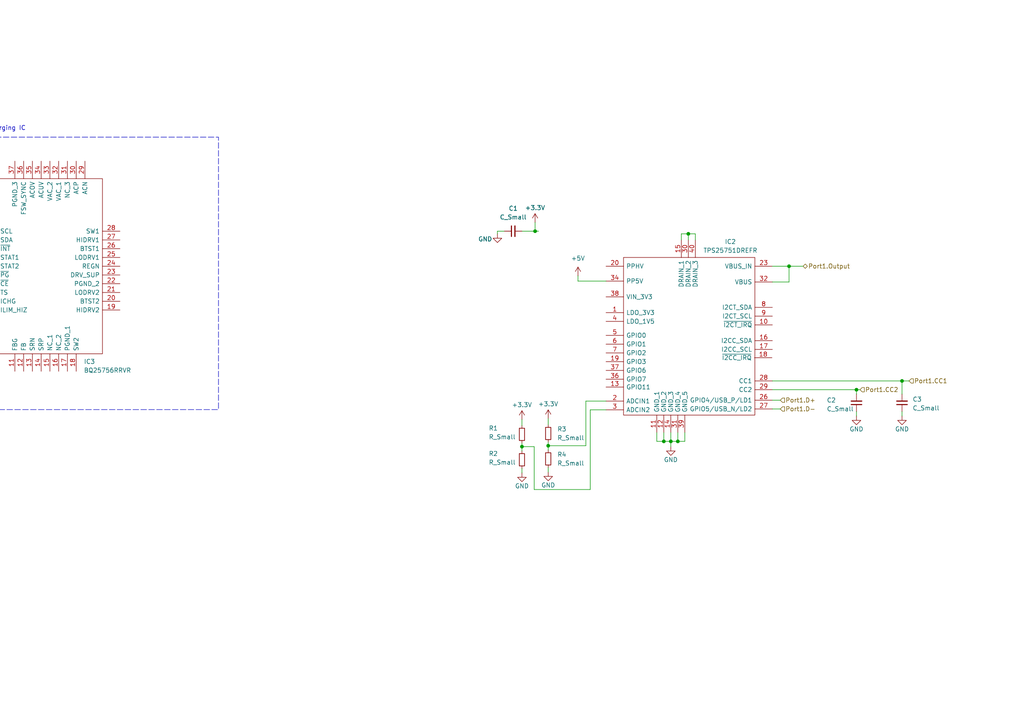
<source format=kicad_sch>
(kicad_sch (version 20230121) (generator eeschema)
  (paper "A4")
  (lib_symbols
    (symbol "Device:C_Small" (pin_numbers hide) (pin_names (offset 0.254) hide)
      (property "Reference" "C" (at 0.254 1.778 0))
      (property "Value" "C_Small" (at 0.254 -2.032 0))
      (symbol "C_Small_0_1"
        (polyline (pts (xy -1.524 -0.508) (xy 1.524 -0.508)) (stroke (width 0.3302)))
        (polyline (pts (xy -1.524 0.508) (xy 1.524 0.508)) (stroke (width 0.3048)))
      )
      (symbol "C_Small_1_1"
        (pin passive line (at 0 2.54 270) (length 2.032) (name "~") (number "1"))
        (pin passive line (at 0 -2.54 90) (length 2.032) (name "~") (number "2"))
      )
    )
    (symbol "Device:R_Small" (pin_numbers hide) (pin_names (offset 0.254) hide)
      (property "Reference" "R" (at 0.762 0.508 0))
      (property "Value" "R_Small" (at 0.762 -1.016 0))
      (symbol "R_Small_0_1"
        (rectangle (start -0.762 1.778) (end 0.762 -1.778) (stroke (width 0.2032)))
      )
      (symbol "R_Small_1_1"
        (pin passive line (at 0 2.54 270) (length 0.762) (name "~") (number "1"))
        (pin passive line (at 0 -2.54 90) (length 0.762) (name "~") (number "2"))
      )
    )
    (symbol "SamacSys_Parts:BQ25756RRVR" (pin_names (offset 0.762))
      (property "Reference" "IC" (at 36.83 20.32 0))
      (property "Value" "BQ25756RRVR" (at 36.83 17.78 0))
      (symbol "BQ25756RRVR_0_0"
        (pin passive line (at 0 0 0) (length 5.08) (name "SCL") (number "1"))
        (pin passive line (at 0 -22.86 0) (length 5.08) (name "ILIM_HIZ") (number "10"))
        (pin passive line (at 10.16 -40.64 90) (length 5.08) (name "FBG") (number "11"))
        (pin passive line (at 12.7 -40.64 90) (length 5.08) (name "FB") (number "12"))
        (pin passive line (at 15.24 -40.64 90) (length 5.08) (name "SRN") (number "13"))
        (pin passive line (at 17.78 -40.64 90) (length 5.08) (name "SRP") (number "14"))
        (pin passive line (at 20.32 -40.64 90) (length 5.08) (name "NC_1") (number "15"))
        (pin passive line (at 22.86 -40.64 90) (length 5.08) (name "NC_2") (number "16"))
        (pin passive line (at 25.4 -40.64 90) (length 5.08) (name "PGND_1") (number "17"))
        (pin passive line (at 27.94 -40.64 90) (length 5.08) (name "SW2") (number "18"))
        (pin passive line (at 40.64 -22.86 180) (length 5.08) (name "HIDRV2") (number "19"))
        (pin passive line (at 0 -2.54 0) (length 5.08) (name "SDA") (number "2"))
        (pin passive line (at 40.64 -20.32 180) (length 5.08) (name "BTST2") (number "20"))
        (pin passive line (at 40.64 -17.78 180) (length 5.08) (name "LODRV2") (number "21"))
        (pin passive line (at 40.64 -15.24 180) (length 5.08) (name "PGND_2") (number "22"))
        (pin passive line (at 40.64 -12.7 180) (length 5.08) (name "DRV_SUP") (number "23"))
        (pin passive line (at 40.64 -10.16 180) (length 5.08) (name "REGN") (number "24"))
        (pin passive line (at 40.64 -7.62 180) (length 5.08) (name "LODRV1") (number "25"))
        (pin passive line (at 40.64 -5.08 180) (length 5.08) (name "BTST1") (number "26"))
        (pin passive line (at 40.64 -2.54 180) (length 5.08) (name "HIDRV1") (number "27"))
        (pin passive line (at 40.64 0 180) (length 5.08) (name "SW1") (number "28"))
        (pin passive line (at 30.48 20.32 270) (length 5.08) (name "ACN") (number "29"))
        (pin passive line (at 0 -5.08 0) (length 5.08) (name "~{INT}") (number "3"))
        (pin passive line (at 27.94 20.32 270) (length 5.08) (name "ACP") (number "30"))
        (pin passive line (at 25.4 20.32 270) (length 5.08) (name "NC_3") (number "31"))
        (pin passive line (at 22.86 20.32 270) (length 5.08) (name "VAC_1") (number "32"))
        (pin passive line (at 20.32 20.32 270) (length 5.08) (name "VAC_2") (number "33"))
        (pin passive line (at 17.78 20.32 270) (length 5.08) (name "ACUV") (number "34"))
        (pin passive line (at 15.24 20.32 270) (length 5.08) (name "ACOV") (number "35"))
        (pin passive line (at 12.7 20.32 270) (length 5.08) (name "FSW_SYNC") (number "36"))
        (pin passive line (at 10.16 20.32 270) (length 5.08) (name "PGND_3") (number "37"))
        (pin passive line (at 0 -7.62 0) (length 5.08) (name "STAT1") (number "4"))
        (pin passive line (at 0 -10.16 0) (length 5.08) (name "STAT2") (number "5"))
        (pin passive line (at 0 -12.7 0) (length 5.08) (name "~{PG}") (number "6"))
        (pin passive line (at 0 -15.24 0) (length 5.08) (name "~{CE}") (number "7"))
        (pin passive line (at 0 -17.78 0) (length 5.08) (name "TS") (number "8"))
        (pin passive line (at 0 -20.32 0) (length 5.08) (name "ICHG") (number "9"))
      )
      (symbol "BQ25756RRVR_0_1"
        (polyline (pts (xy 5.08 15.24) (xy 35.56 15.24) (xy 35.56 -35.56) (xy 5.08 -35.56) (xy 5.08 15.24)) (stroke (width 0.1524)))
      )
    )
    (symbol "TPS25751DREFR_1" (pin_names (offset 0.762))
      (property "Reference" "IC2" (at 36.068 7.112 0))
      (property "Value" "TPS25751DREFR" (at 36.068 4.572 0))
      (symbol "TPS25751DREFR_1_0_0"
        (pin passive line (at 0 -13.462 0) (length 5.08) (name "LDO_3V3") (number "1"))
        (pin passive line (at 48.26 -17.018 180) (length 5.08) (name "~{I2CT_IRQ}") (number "10"))
        (pin passive line (at 14.732 -48.26 90) (length 5.08) (name "GND_1") (number "11"))
        (pin passive line (at 16.764 -48.26 90) (length 5.08) (name "GND_2") (number "12"))
        (pin passive line (at 0 -35.052 0) (length 5.08) (name "GPIO11") (number "13"))
        (pin passive line (at 18.796 -48.26 90) (length 5.08) (name "GND_3") (number "14"))
        (pin passive line (at 21.844 7.62 270) (length 5.08) (name "DRAIN_1") (number "15"))
        (pin passive line (at 48.26 -21.59 180) (length 5.08) (name "I2CC_SDA") (number "16"))
        (pin passive line (at 48.26 -24.13 180) (length 5.08) (name "I2CC_SCL") (number "17"))
        (pin passive line (at 48.133 -26.543 180) (length 5.08) (name "~{I2CC_IRQ}") (number "18"))
        (pin passive line (at 0 -27.686 0) (length 5.08) (name "GPIO3") (number "19"))
        (pin passive line (at 0 -39.116 0) (length 5.08) (name "ADCIN1") (number "2"))
        (pin passive line (at 0 0 0) (length 5.08) (name "PPHV") (number "20"))
        (pin passive line (at 48.26 0 180) (length 5.08) (name "VBUS_IN") (number "23"))
        (pin passive line (at 48.26 -38.862 180) (length 5.08) (name "GPIO4/USB_P/LD1") (number "26"))
        (pin passive line (at 48.26 -41.402 180) (length 5.08) (name "GPIO5/USB_N/LD2") (number "27"))
        (pin passive line (at 48.26 -33.274 180) (length 5.08) (name "CC1") (number "28"))
        (pin passive line (at 48.26 -35.814 180) (length 5.08) (name "CC2") (number "29"))
        (pin passive line (at 0 -41.656 0) (length 5.08) (name "ADCIN2") (number "3"))
        (pin passive line (at 23.876 7.62 270) (length 5.08) (name "DRAIN_2") (number "30"))
        (pin passive line (at 20.828 -48.26 90) (length 5.08) (name "GND_4") (number "31"))
        (pin passive line (at 48.26 -4.572 180) (length 5.08) (name "VBUS") (number "32"))
        (pin passive line (at 0 -4.318 0) (length 5.08) (name "PP5V") (number "34"))
        (pin passive line (at 0 -32.766 0) (length 5.08) (name "GPIO7") (number "36"))
        (pin passive line (at 0 -30.226 0) (length 5.08) (name "GPIO6") (number "37"))
        (pin passive line (at 0 -8.89 0) (length 5.08) (name "VIN_3V3") (number "38"))
        (pin passive line (at 22.86 -48.26 90) (length 5.08) (name "GND_5") (number "39"))
        (pin passive line (at 0 -16.002 0) (length 5.08) (name "LDO_1V5") (number "4"))
        (pin passive line (at 25.908 7.62 270) (length 5.08) (name "DRAIN_3") (number "40"))
        (pin passive line (at 0 -20.066 0) (length 5.08) (name "GPIO0") (number "5"))
        (pin passive line (at 0 -22.606 0) (length 5.08) (name "GPIO1") (number "6"))
        (pin passive line (at 0 -25.146 0) (length 5.08) (name "GPIO2") (number "7"))
        (pin passive line (at 48.26 -11.938 180) (length 5.08) (name "I2CT_SDA") (number "8"))
        (pin passive line (at 48.26 -14.478 180) (length 5.08) (name "I2CT_SCL") (number "9"))
      )
      (symbol "TPS25751DREFR_1_0_1"
        (polyline (pts (xy 5.08 2.54) (xy 43.18 2.54) (xy 43.18 -43.18) (xy 5.08 -43.18) (xy 5.08 2.54)) (stroke (width 0.1524)))
      )
    )
    (symbol "power:+3.3V" (power) (pin_names (offset 0))
      (property "Value" "+3.3V" (at 0 3.556 0))
      (symbol "+3.3V_0_1"
        (polyline (pts (xy -0.762 1.27) (xy 0 2.54)))
        (polyline (pts (xy 0 0) (xy 0 2.54)))
        (polyline (pts (xy 0 2.54) (xy 0.762 1.27)))
      )
      (symbol "+3.3V_1_1"
        (pin power_in line (at 0 0 90) (length 0) hide (name "+3.3V") (number "1"))
      )
    )
    (symbol "power:+5V" (power) (pin_names (offset 0))
      (property "Value" "+5V" (at 0 3.556 0))
      (symbol "+5V_0_1"
        (polyline (pts (xy -0.762 1.27) (xy 0 2.54)))
        (polyline (pts (xy 0 0) (xy 0 2.54)))
        (polyline (pts (xy 0 2.54) (xy 0.762 1.27)))
      )
      (symbol "+5V_1_1"
        (pin power_in line (at 0 0 90) (length 0) hide (name "+5V") (number "1"))
      )
    )
    (symbol "power:GND" (power) (pin_names (offset 0))
      (property "Value" "GND" (at 0 -3.81 0))
      (symbol "GND_0_1"
        (polyline (pts (xy 0 0) (xy 0 -1.27) (xy 1.27 -1.27) (xy 0 -2.54) (xy -1.27 -1.27) (xy 0 -1.27)))
      )
      (symbol "GND_1_1"
        (pin power_in line (at 0 0 270) (length 0) hide (name "GND") (number "1"))
      )
    )
  )
  (junction (at 151.384 129.54))
  (junction (at 194.564 128.016))
  (junction (at 199.644 67.818))
  (junction (at 192.532 128.016))
  (junction (at 159.004 129.286))
  (junction (at 155.194 67.056))
  (junction (at 248.412 113.03))
  (junction (at 228.854 77.216))
  (junction (at 261.62 110.49))
  (junction (at 196.596 128.016))
  (wire (pts (xy 159.004 128.27) (xy 159.004 129.286)))
  (wire (pts (xy 228.854 81.788) (xy 228.854 77.216)))
  (wire (pts (xy 198.628 128.016) (xy 198.628 125.476)))
  (wire (pts (xy 224.028 116.078) (xy 226.314 116.078)))
  (wire (pts (xy 248.412 113.03) (xy 248.412 114.3)))
  (wire (pts (xy 192.532 125.476) (xy 192.532 128.016)))
  (wire (pts (xy 171.196 118.872) (xy 171.196 141.986)))
  (wire (pts (xy 261.62 110.49) (xy 263.652 110.49)))
  (wire (pts (xy 224.028 110.49) (xy 261.62 110.49)))
  (wire (pts (xy 190.5 125.476) (xy 190.5 128.016)))
  (wire (pts (xy 154.94 129.54) (xy 154.94 141.986)))
  (wire (pts (xy 154.94 141.986) (xy 171.196 141.986)))
  (wire (pts (xy 261.62 119.38) (xy 261.62 120.65)))
  (wire (pts (xy 199.644 67.818) (xy 201.676 67.818)))
  (wire (pts (xy 197.612 69.596) (xy 197.612 67.818)))
  (wire (pts (xy 159.004 121.412) (xy 159.004 123.19)))
  (wire (pts (xy 190.5 128.016) (xy 192.532 128.016)))
  (wire (pts (xy 144.272 67.056) (xy 144.272 67.818)))
  (wire (pts (xy 151.384 121.666) (xy 151.384 123.444)))
  (wire (pts (xy 146.304 67.056) (xy 144.272 67.056)))
  (wire (pts (xy 201.676 67.818) (xy 201.676 69.596)))
  (wire (pts (xy 196.596 125.476) (xy 196.596 128.016)))
  (wire (pts (xy 248.412 113.03) (xy 249.428 113.03)))
  (wire (pts (xy 159.004 135.636) (xy 159.004 136.906)))
  (wire (pts (xy 194.564 128.016) (xy 196.596 128.016)))
  (wire (pts (xy 196.596 128.016) (xy 198.628 128.016)))
  (wire (pts (xy 194.564 128.016) (xy 194.564 129.54)))
  (wire (pts (xy 228.854 77.216) (xy 232.918 77.216)))
  (wire (pts (xy 192.532 128.016) (xy 194.564 128.016)))
  (wire (pts (xy 199.644 69.596) (xy 199.644 67.818)))
  (wire (pts (xy 194.564 125.476) (xy 194.564 128.016)))
  (wire (pts (xy 167.64 80.01) (xy 167.64 81.534)))
  (wire (pts (xy 224.028 81.788) (xy 228.854 81.788)))
  (wire (pts (xy 261.62 110.49) (xy 261.62 114.3)))
  (wire (pts (xy 151.384 129.54) (xy 151.384 130.81)))
  (wire (pts (xy 151.384 129.54) (xy 154.94 129.54)))
  (wire (pts (xy 197.612 67.818) (xy 199.644 67.818)))
  (wire (pts (xy 159.004 129.286) (xy 169.926 129.286)))
  (wire (pts (xy 151.384 135.89) (xy 151.384 137.16)))
  (wire (pts (xy 171.196 118.872) (xy 175.768 118.872)))
  (wire (pts (xy 155.194 67.056) (xy 156.21 67.056)))
  (wire (pts (xy 175.768 81.534) (xy 167.64 81.534)))
  (wire (pts (xy 155.194 64.516) (xy 155.194 67.056)))
  (wire (pts (xy 224.028 77.216) (xy 228.854 77.216)))
  (wire (pts (xy 151.384 128.524) (xy 151.384 129.54)))
  (wire (pts (xy 248.412 119.38) (xy 248.412 120.65)))
  (wire (pts (xy 224.028 118.618) (xy 226.314 118.618)))
  (wire (pts (xy 159.004 129.286) (xy 159.004 130.556)))
  (wire (pts (xy 169.926 129.286) (xy 169.926 116.332)))
  (wire (pts (xy 169.926 116.332) (xy 175.768 116.332)))
  (wire (pts (xy 224.028 113.03) (xy 248.412 113.03)))
  (wire (pts (xy 151.384 67.056) (xy 155.194 67.056)))
  (rectangle (start -17.3482 39.7764) (end 63.373 118.7958) (stroke (width 0) (type dash)))
  (text "Bidirectional charging IC" (at -16.764 38.0238 0) (effects (font (size 1.27 1.27)) (justify left bottom)))
  (hierarchical_label "VBAT" (shape bidirectional) (at -35.687 29.2608 0))
  (hierarchical_label "Port1.CC1" (shape input) (at 263.652 110.49 0))
  (hierarchical_label "Port1.D+" (shape input) (at 226.314 116.078 0))
  (hierarchical_label "Port1.CC2" (shape input) (at 249.428 113.03 0))
  (hierarchical_label "Port1.Output" (shape bidirectional) (at 232.918 77.216 0))
  (hierarchical_label "Port1.D-" (shape input) (at 226.314 118.618 0))
  (symbol (lib_id "power:GND") (at 151.384 137.16 0) (unit 1)
    (property "Reference" "#PWR07" (effects hide))
    (property "Value" "GND" (at 151.384 140.97 0))
  )
  (symbol (lib_id "Device:R_Small") (at 159.004 125.73 0) (unit 1)
    (property "Reference" "R3" (at 161.6202 124.46 0) (effects (justify left)))
    (property "Value" "R_Small" (at 161.6202 127 0) (effects (justify left)))
  )
  (symbol (lib_name "TPS25751DREFR_1") (lib_id "SamacSys_Parts:TPS25751DREFR") (at 175.768 77.216 0) (unit 1)
    (property "Reference" "IC2" (at 211.836 70.104 0))
    (property "Value" "TPS25751DREFR" (at 211.836 72.644 0))
    (property "Footprint" "TPS25751DREFR" (effects hide))
    (property "Datasheet" "https://www.ti.com/lit/gpn/TPS25751" (effects hide))
    (property "Description" "USB Interface IC USB Type-C and USB Power Delivery (PD) controller with integrated power switches , 3V ~{} 3.6V, 4.9V ~{} 5.5V, 4V ~{} 22V , -40C ~{} 125C (TJ) , 3mA , 38-WQFN (4x6)" (effects hide))
    (property "Height" "0.8" (effects hide))
    (property "Manufacturer_Name" "Texas Instruments" (effects hide))
    (property "Manufacturer_Part_Number" "TPS25751DREFR" (effects hide))
    (property "Mouser Part Number" "595-TPS25751DREFR" (effects hide))
    (property "Mouser Price/Stock" "https://www.mouser.co.uk/ProductDetail/Texas-Instruments/TPS25751DREFR?qs=2wMNvWM5ZX4m402FYdvDNA%3D%3D" (effects hide))
    (property "Arrow Part Number" "TPS25751DREFR" (effects hide))
    (property "Arrow Price/Stock" "https://www.arrow.com/en/products/tps25751drefr/texas-instruments?utm_currency=USD&region=nac" (effects hide))
  )
  (symbol (lib_id "SamacSys_Parts:BQ25756RRVR") (at -5.842 67.056 0) (unit 1)
    (property "Reference" "IC3" (at 24.2921 104.8766 0) (effects (justify left)))
    (property "Value" "BQ25756RRVR" (at 24.2921 107.4166 0) (effects (justify left)))
    (property "Footprint" "QFN50P500X600X100-37N-D" (effects hide))
    (property "Datasheet" "https://www.ti.com.cn/cn/lit/ds/symlink/bq25756.pdf?ts=1699839190732&ref_url=https%253A%252F%252Fwww.ti.com.cn%252Fproduct%252Fcn%252FBQ25756" (effects hide))
    (property "Description" "Battery Management Stand-alone or IC controlled 70-V bidirectional buck-boost charge controller with MPPT 36-VQFN -40 to 85" (effects hide))
    (property "Height" "1" (effects hide))
    (property "Manufacturer_Name" "Texas Instruments" (effects hide))
    (property "Manufacturer_Part_Number" "BQ25756RRVR" (effects hide))
    (property "Mouser Part Number" "595-BQ25756RRVR" (effects hide))
    (property "Mouser Price/Stock" "https://www.mouser.co.uk/ProductDetail/Texas-Instruments/BQ25756RRVR?qs=HoCaDK9Nz5ckDWwb4xOATA%3D%3D" (effects hide))
    (property "Arrow Part Number" "BQ25756RRVR" (effects hide))
    (property "Arrow Price/Stock" "https://www.arrow.com/en/products/bq25756rrvr/texas-instruments?utm_currency=USD&region=nac" (effects hide))
  )
  (symbol (lib_id "power:+5V") (at 167.64 80.01 0) (unit 1)
    (property "Reference" "#PWR015" (effects hide))
    (property "Value" "+5V" (at 167.64 74.93 0))
  )
  (symbol (lib_id "Device:C_Small") (at 248.412 116.84 180) (unit 1)
    (property "Reference" "C2" (at 239.776 116.078 0) (effects (justify right)))
    (property "Value" "C_Small" (at 239.776 118.618 0) (effects (justify right)))
  )
  (symbol (lib_id "Device:R_Small") (at 159.004 133.096 0) (unit 1)
    (property "Reference" "R4" (at 161.6202 131.826 0) (effects (justify left)))
    (property "Value" "R_Small" (at 161.6202 134.366 0) (effects (justify left)))
  )
  (symbol (lib_id "Device:C_Small") (at 261.62 116.84 180) (unit 1)
    (property "Reference" "C3" (at 264.668 115.824 0) (effects (justify right)))
    (property "Value" "C_Small" (at 264.668 118.364 0) (effects (justify right)))
  )
  (symbol (lib_id "power:+3.3V") (at 155.194 64.516 0) (unit 1)
    (property "Reference" "#PWR011" (effects hide))
    (property "Value" "+3.3V" (at 155.194 60.2742 0))
  )
  (symbol (lib_id "power:GND") (at 261.62 120.65 0) (unit 1)
    (property "Reference" "#PWR013" (effects hide))
    (property "Value" "GND" (at 261.62 124.46 0))
  )
  (symbol (lib_id "power:+3.3V") (at 151.384 121.666 0) (unit 1)
    (property "Reference" "#PWR06" (effects hide))
    (property "Value" "+3.3V" (at 151.384 117.4242 0))
  )
  (symbol (lib_id "power:GND") (at 248.412 120.65 0) (unit 1)
    (property "Reference" "#PWR012" (effects hide))
    (property "Value" "GND" (at 248.412 124.46 0))
  )
  (symbol (lib_id "power:GND") (at 144.272 67.818 0) (unit 1)
    (property "Reference" "#PWR010" (effects hide))
    (property "Value" "GND" (at 140.716 69.342 0))
  )
  (symbol (lib_id "power:GND") (at 194.564 129.54 0) (unit 1)
    (property "Reference" "#PWR014" (effects hide))
    (property "Value" "GND" (at 194.564 133.35 0))
  )
  (symbol (lib_id "power:+3.3V") (at 159.004 121.412 0) (unit 1)
    (property "Reference" "#PWR08" (effects hide))
    (property "Value" "+3.3V" (at 159.004 117.1702 0))
  )
  (symbol (lib_id "Device:C_Small") (at 148.844 67.056 90) (unit 1)
    (property "Reference" "C1" (at 148.8503 60.452 90))
    (property "Value" "C_Small" (at 148.8503 62.992 90))
  )
  (symbol (lib_id "Device:R_Small") (at 151.384 125.984 0) (unit 1)
    (property "Reference" "R1" (at 141.732 124.206 0) (effects (justify left)))
    (property "Value" "R_Small" (at 141.732 126.746 0) (effects (justify left)))
  )
  (symbol (lib_id "power:GND") (at 159.004 136.906 0) (unit 1)
    (property "Reference" "#PWR09" (effects hide))
    (property "Value" "GND" (at 159.004 140.716 0))
  )
  (symbol (lib_id "Device:R_Small") (at 151.384 133.35 0) (unit 1)
    (property "Reference" "R2" (at 141.732 131.572 0) (effects (justify left)))
    (property "Value" "R_Small" (at 141.732 134.112 0) (effects (justify left)))
  )
)
</source>
